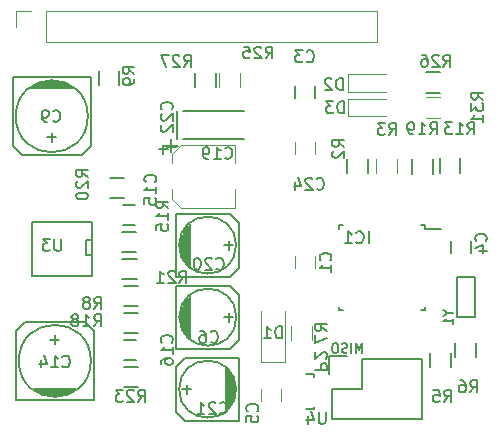
<source format=gbo>
%TF.GenerationSoftware,KiCad,Pcbnew,5.99.0-unknown-c3175b4~86~ubuntu16.04.1*%
%TF.CreationDate,2019-10-16T11:56:15+02:00*%
%TF.ProjectId,atmegax8_with_bluetooth,61746d65-6761-4783-985f-776974685f62,rev?*%
%TF.SameCoordinates,Original*%
%TF.FileFunction,Legend,Bot*%
%TF.FilePolarity,Positive*%
%FSLAX46Y46*%
G04 Gerber Fmt 4.6, Leading zero omitted, Abs format (unit mm)*
G04 Created by KiCad (PCBNEW 5.99.0-unknown-c3175b4~86~ubuntu16.04.1) date 2019-10-16 11:56:15*
%MOMM*%
%LPD*%
G04 APERTURE LIST*
%ADD10C,0.150000*%
%ADD11C,0.120000*%
G04 APERTURE END LIST*
D10*
X99682142Y-166350904D02*
X99682142Y-165550904D01*
X99415476Y-166122333D01*
X99148809Y-165550904D01*
X99148809Y-166350904D01*
X98767857Y-166350904D02*
X98767857Y-165550904D01*
X98425000Y-166312809D02*
X98310714Y-166350904D01*
X98120238Y-166350904D01*
X98044047Y-166312809D01*
X98005952Y-166274714D01*
X97967857Y-166198523D01*
X97967857Y-166122333D01*
X98005952Y-166046142D01*
X98044047Y-166008047D01*
X98120238Y-165969952D01*
X98272619Y-165931857D01*
X98348809Y-165893761D01*
X98386904Y-165855666D01*
X98425000Y-165779476D01*
X98425000Y-165703285D01*
X98386904Y-165627095D01*
X98348809Y-165589000D01*
X98272619Y-165550904D01*
X98082142Y-165550904D01*
X97967857Y-165589000D01*
X97472619Y-165550904D02*
X97320238Y-165550904D01*
X97244047Y-165589000D01*
X97167857Y-165665190D01*
X97129761Y-165817571D01*
X97129761Y-166084238D01*
X97167857Y-166236619D01*
X97244047Y-166312809D01*
X97320238Y-166350904D01*
X97472619Y-166350904D01*
X97548809Y-166312809D01*
X97625000Y-166236619D01*
X97663095Y-166084238D01*
X97663095Y-165817571D01*
X97625000Y-165665190D01*
X97548809Y-165589000D01*
X97472619Y-165550904D01*
D11*
%TO.C,C24*%
X95655500Y-148471000D02*
X95655500Y-149471000D01*
X93955500Y-149471000D02*
X93955500Y-148471000D01*
D10*
%TO.C,IC1*%
X104960840Y-155824800D02*
X106385840Y-155824800D01*
X97710840Y-155499800D02*
X98035840Y-155499800D01*
X97710840Y-162749800D02*
X98035840Y-162749800D01*
X104960840Y-162749800D02*
X104635840Y-162749800D01*
X104960840Y-155499800D02*
X104635840Y-155499800D01*
X104960840Y-162749800D02*
X104960840Y-162424800D01*
X97710840Y-162749800D02*
X97710840Y-162424800D01*
X97710840Y-155499800D02*
X97710840Y-155824800D01*
X104960840Y-155499800D02*
X104960840Y-155824800D01*
%TO.C,Y1*%
X107702920Y-163307460D02*
X107702920Y-159907460D01*
X107702920Y-159907460D02*
X109202920Y-159907460D01*
X109202920Y-159907460D02*
X109202920Y-163307460D01*
X109202920Y-163307460D02*
X107702920Y-163307460D01*
D11*
%TO.C,P1*%
X70338640Y-137384480D02*
X70338640Y-138714480D01*
X71668640Y-137384480D02*
X70338640Y-137384480D01*
X72938640Y-137384480D02*
X72938640Y-140044480D01*
X72938640Y-140044480D02*
X100938640Y-140044480D01*
X72938640Y-137384480D02*
X100938640Y-137384480D01*
X100938640Y-137384480D02*
X100938640Y-140044480D01*
D10*
%TO.C,U3*%
X76327000Y-158028640D02*
X76835000Y-158028640D01*
X76327000Y-156758640D02*
X76327000Y-158028640D01*
X76835000Y-156758640D02*
X76327000Y-156758640D01*
X76835000Y-159806640D02*
X76835000Y-155234640D01*
X71755000Y-159806640D02*
X76835000Y-159806640D01*
X71755000Y-155234640D02*
X71755000Y-159806640D01*
X76835000Y-155234640D02*
X71755000Y-155234640D01*
%TO.C,C14*%
X76708000Y-167020240D02*
G75*
G03X76708000Y-167020240I-3048000J0D01*
G01*
X74041000Y-165242240D02*
X73279000Y-165242240D01*
X73660000Y-164861240D02*
X73660000Y-165623240D01*
X76962000Y-164480240D02*
X76962000Y-170322240D01*
X76200000Y-163718240D02*
X76962000Y-164480240D01*
X71120000Y-163718240D02*
X76200000Y-163718240D01*
X70358000Y-164480240D02*
X71120000Y-163718240D01*
X70358000Y-170322240D02*
X70358000Y-164480240D01*
X76962000Y-170322240D02*
X70358000Y-170322240D01*
X75438000Y-169433240D02*
X71882000Y-169433240D01*
X72009000Y-169560240D02*
X75311000Y-169560240D01*
X75057000Y-169687240D02*
X72263000Y-169687240D01*
X72517000Y-169814240D02*
X74803000Y-169814240D01*
X74422000Y-169941240D02*
X72898000Y-169941240D01*
%TO.C,C22*%
X84498180Y-145867120D02*
X89700100Y-145867120D01*
X89700100Y-148264880D02*
X84498180Y-148264880D01*
X83499960Y-149364700D02*
X83499960Y-148264880D01*
X82900520Y-148864320D02*
X84099400Y-148864320D01*
X84002880Y-148264880D02*
X84002880Y-145867120D01*
%TO.C,C15*%
X79408400Y-153836000D02*
X80408400Y-153836000D01*
X80408400Y-155536000D02*
X79408400Y-155536000D01*
D11*
%TO.C,R25*%
X89299440Y-143845840D02*
X89299440Y-142645840D01*
X87539440Y-142645840D02*
X87539440Y-143845840D01*
D10*
%TO.C,C4*%
X107163500Y-157916500D02*
X107163500Y-156916500D01*
X108863500Y-156916500D02*
X108863500Y-157916500D01*
%TO.C,U4*%
X95623380Y-168337280D02*
X95623380Y-168385540D01*
X94922340Y-171136260D02*
X95623380Y-171136260D01*
X95623380Y-171136260D02*
X95623380Y-170887340D01*
X95623380Y-168337280D02*
X95623380Y-168136620D01*
X95623380Y-168136620D02*
X94922340Y-168136620D01*
D11*
%TO.C,C1*%
X95719000Y-158186500D02*
X95719000Y-159186500D01*
X94019000Y-159186500D02*
X94019000Y-158186500D01*
%TO.C,C5*%
X91148800Y-170426000D02*
X91148800Y-169426000D01*
X92848800Y-169426000D02*
X92848800Y-170426000D01*
%TO.C,R3*%
X102596840Y-151110240D02*
X102596840Y-149910240D01*
X100836840Y-149910240D02*
X100836840Y-151110240D01*
%TO.C,D1*%
X93146120Y-162831840D02*
X93146120Y-167131840D01*
X93146120Y-167131840D02*
X91146120Y-167131840D01*
X91146120Y-167131840D02*
X91146120Y-162831840D01*
D10*
%TO.C,P2*%
X99695000Y-171958000D02*
X97155000Y-171958000D01*
X97155000Y-171958000D02*
X97155000Y-169418000D01*
X96875000Y-166598000D02*
X98425000Y-166598000D01*
X104775000Y-171958000D02*
X99695000Y-171958000D01*
X104775000Y-166878000D02*
X104775000Y-171958000D01*
X99695000Y-169418000D02*
X99695000Y-166878000D01*
X97155000Y-169418000D02*
X99695000Y-169418000D01*
X96875000Y-166598000D02*
X96875000Y-168148000D01*
X99695000Y-166878000D02*
X104775000Y-166878000D01*
%TO.C,C20*%
X89001600Y-157226000D02*
G75*
G03X89001600Y-157226000I-2413000J0D01*
G01*
X88366600Y-157607000D02*
X88366600Y-156845000D01*
X88747600Y-157226000D02*
X87985600Y-157226000D01*
X83921600Y-154559000D02*
X83921600Y-159893000D01*
X88493600Y-154559000D02*
X83921600Y-154559000D01*
X89255600Y-155321000D02*
X88493600Y-154559000D01*
X89255600Y-159131000D02*
X89255600Y-155321000D01*
X88493600Y-159893000D02*
X89255600Y-159131000D01*
X83921600Y-159893000D02*
X88493600Y-159893000D01*
X85064600Y-159004000D02*
X85064600Y-155448000D01*
X84937600Y-155575000D02*
X84937600Y-158877000D01*
X84810600Y-158750000D02*
X84810600Y-155702000D01*
X84683600Y-155829000D02*
X84683600Y-158623000D01*
X84556600Y-158496000D02*
X84556600Y-155956000D01*
X84429600Y-158115000D02*
X84429600Y-156337000D01*
X84302600Y-157861000D02*
X84302600Y-156464000D01*
D11*
%TO.C,C19*%
X88903000Y-148714000D02*
X88903000Y-150264000D01*
X88903000Y-154054000D02*
X88903000Y-152504000D01*
X83563000Y-149474000D02*
X83563000Y-150264000D01*
X83563000Y-153294000D02*
X83563000Y-152504000D01*
X88903000Y-154054000D02*
X84323000Y-154054000D01*
X84323000Y-154054000D02*
X83563000Y-153294000D01*
X83563000Y-149474000D02*
X84323000Y-148714000D01*
X84323000Y-148714000D02*
X88903000Y-148714000D01*
D10*
%TO.C,C21*%
X89001600Y-169418000D02*
G75*
G03X89001600Y-169418000I-2413000J0D01*
G01*
X84810600Y-169037000D02*
X84810600Y-169799000D01*
X84429600Y-169418000D02*
X85191600Y-169418000D01*
X89255600Y-172085000D02*
X89255600Y-166751000D01*
X84683600Y-172085000D02*
X89255600Y-172085000D01*
X83921600Y-171323000D02*
X84683600Y-172085000D01*
X83921600Y-167513000D02*
X83921600Y-171323000D01*
X84683600Y-166751000D02*
X83921600Y-167513000D01*
X89255600Y-166751000D02*
X84683600Y-166751000D01*
X88112600Y-167640000D02*
X88112600Y-171196000D01*
X88239600Y-171069000D02*
X88239600Y-167767000D01*
X88366600Y-167894000D02*
X88366600Y-170942000D01*
X88493600Y-170815000D02*
X88493600Y-168021000D01*
X88620600Y-168148000D02*
X88620600Y-170688000D01*
X88747600Y-168529000D02*
X88747600Y-170307000D01*
X88874600Y-168783000D02*
X88874600Y-170180000D01*
%TO.C,R2*%
X98413600Y-149910240D02*
X98413600Y-151110240D01*
X100163600Y-151110240D02*
X100163600Y-149910240D01*
%TO.C,R23*%
X80690000Y-167527000D02*
X79490000Y-167527000D01*
X79490000Y-169277000D02*
X80690000Y-169277000D01*
%TO.C,C3*%
X95719000Y-143772000D02*
X95719000Y-144772000D01*
X94019000Y-144772000D02*
X94019000Y-143772000D01*
%TO.C,R5*%
X107176540Y-167569440D02*
X107176540Y-166369440D01*
X105426540Y-166369440D02*
X105426540Y-167569440D01*
%TO.C,R6*%
X107577920Y-165469000D02*
X107577920Y-166669000D01*
X109327920Y-166669000D02*
X109327920Y-165469000D01*
%TO.C,C6*%
X89027000Y-163322000D02*
G75*
G03X89027000Y-163322000I-2413000J0D01*
G01*
X88392000Y-163703000D02*
X88392000Y-162941000D01*
X88773000Y-163322000D02*
X88011000Y-163322000D01*
X83947000Y-160655000D02*
X83947000Y-165989000D01*
X88519000Y-160655000D02*
X83947000Y-160655000D01*
X89281000Y-161417000D02*
X88519000Y-160655000D01*
X89281000Y-165227000D02*
X89281000Y-161417000D01*
X88519000Y-165989000D02*
X89281000Y-165227000D01*
X83947000Y-165989000D02*
X88519000Y-165989000D01*
X85090000Y-165100000D02*
X85090000Y-161544000D01*
X84963000Y-161671000D02*
X84963000Y-164973000D01*
X84836000Y-164846000D02*
X84836000Y-161798000D01*
X84709000Y-161925000D02*
X84709000Y-164719000D01*
X84582000Y-164592000D02*
X84582000Y-162052000D01*
X84455000Y-164211000D02*
X84455000Y-162433000D01*
X84328000Y-163957000D02*
X84328000Y-162560000D01*
%TO.C,C9*%
X76448920Y-146314160D02*
G75*
G03X76448920Y-146314160I-3048000J0D01*
G01*
X73019920Y-148092160D02*
X73781920Y-148092160D01*
X73400920Y-148473160D02*
X73400920Y-147711160D01*
X70098920Y-148854160D02*
X70098920Y-143012160D01*
X70860920Y-149616160D02*
X70098920Y-148854160D01*
X75940920Y-149616160D02*
X70860920Y-149616160D01*
X76702920Y-148854160D02*
X75940920Y-149616160D01*
X76702920Y-143012160D02*
X76702920Y-148854160D01*
X70098920Y-143012160D02*
X76702920Y-143012160D01*
X71622920Y-143901160D02*
X75178920Y-143901160D01*
X75051920Y-143774160D02*
X71749920Y-143774160D01*
X72003920Y-143647160D02*
X74797920Y-143647160D01*
X74543920Y-143520160D02*
X72257920Y-143520160D01*
X72638920Y-143393160D02*
X74162920Y-143393160D01*
%TO.C,R8*%
X79490000Y-162419000D02*
X80690000Y-162419000D01*
X80690000Y-160669000D02*
X79490000Y-160669000D01*
%TO.C,R9*%
X79107000Y-143665500D02*
X79107000Y-142465500D01*
X77357000Y-142465500D02*
X77357000Y-143665500D01*
%TO.C,R13*%
X106252040Y-149877220D02*
X106252040Y-151077220D01*
X108002040Y-151077220D02*
X108002040Y-149877220D01*
%TO.C,R15*%
X80559200Y-156097000D02*
X79359200Y-156097000D01*
X79359200Y-157847000D02*
X80559200Y-157847000D01*
%TO.C,C16*%
X79490000Y-165266000D02*
X80490000Y-165266000D01*
X80490000Y-166966000D02*
X79490000Y-166966000D01*
%TO.C,R18*%
X80690000Y-162955000D02*
X79490000Y-162955000D01*
X79490000Y-164705000D02*
X80690000Y-164705000D01*
%TO.C,R19*%
X105667780Y-151159760D02*
X105667780Y-149959760D01*
X103917780Y-149959760D02*
X103917780Y-151159760D01*
%TO.C,R20*%
X79530500Y-151525000D02*
X78330500Y-151525000D01*
X78330500Y-153275000D02*
X79530500Y-153275000D01*
%TO.C,R21*%
X79384600Y-160133000D02*
X80584600Y-160133000D01*
X80584600Y-158383000D02*
X79384600Y-158383000D01*
%TO.C,R26*%
X106262720Y-142604520D02*
X105062720Y-142604520D01*
X105062720Y-144354520D02*
X106262720Y-144354520D01*
%TO.C,R27*%
X85548500Y-142656000D02*
X85548500Y-143856000D01*
X87298500Y-143856000D02*
X87298500Y-142656000D01*
D11*
%TO.C,D2*%
X98458920Y-144229520D02*
X98458920Y-142729520D01*
X98458920Y-144229520D02*
X101658920Y-144229520D01*
X101658920Y-142729520D02*
X98458920Y-142729520D01*
%TO.C,D3*%
X101674160Y-144812320D02*
X98474160Y-144812320D01*
X98474160Y-146312320D02*
X101674160Y-146312320D01*
X98474160Y-146312320D02*
X98474160Y-144812320D01*
%TO.C,R31*%
X105083040Y-146467720D02*
X106283040Y-146467720D01*
X106283040Y-144707720D02*
X105083040Y-144707720D01*
%TO.C,R7*%
X93674040Y-164050420D02*
X93674040Y-165250420D01*
X95434040Y-165250420D02*
X95434040Y-164050420D01*
%TO.C,C24*%
D10*
X95829357Y-152439642D02*
X95876976Y-152487261D01*
X96019833Y-152534880D01*
X96115071Y-152534880D01*
X96257928Y-152487261D01*
X96353166Y-152392023D01*
X96400785Y-152296785D01*
X96448404Y-152106309D01*
X96448404Y-151963452D01*
X96400785Y-151772976D01*
X96353166Y-151677738D01*
X96257928Y-151582500D01*
X96115071Y-151534880D01*
X96019833Y-151534880D01*
X95876976Y-151582500D01*
X95829357Y-151630119D01*
X95448404Y-151630119D02*
X95400785Y-151582500D01*
X95305547Y-151534880D01*
X95067452Y-151534880D01*
X94972214Y-151582500D01*
X94924595Y-151630119D01*
X94876976Y-151725357D01*
X94876976Y-151820595D01*
X94924595Y-151963452D01*
X95496023Y-152534880D01*
X94876976Y-152534880D01*
X94019833Y-151868214D02*
X94019833Y-152534880D01*
X94257928Y-151487261D02*
X94496023Y-152201547D01*
X93876976Y-152201547D01*
%TO.C,IC1*%
X100229230Y-157062580D02*
X100229230Y-156062580D01*
X99181611Y-156967342D02*
X99229230Y-157014961D01*
X99372087Y-157062580D01*
X99467325Y-157062580D01*
X99610182Y-157014961D01*
X99705420Y-156919723D01*
X99753040Y-156824485D01*
X99800659Y-156634009D01*
X99800659Y-156491152D01*
X99753040Y-156300676D01*
X99705420Y-156205438D01*
X99610182Y-156110200D01*
X99467325Y-156062580D01*
X99372087Y-156062580D01*
X99229230Y-156110200D01*
X99181611Y-156157819D01*
X98229230Y-157062580D02*
X98800659Y-157062580D01*
X98514944Y-157062580D02*
X98514944Y-156062580D01*
X98610182Y-156205438D01*
X98705420Y-156300676D01*
X98800659Y-156348295D01*
%TO.C,Y1*%
X106963872Y-162941047D02*
X107344824Y-162941047D01*
X106544824Y-162674380D02*
X106963872Y-162941047D01*
X106544824Y-163207714D01*
X107344824Y-163893428D02*
X107344824Y-163436285D01*
X107344824Y-163664857D02*
X106544824Y-163664857D01*
X106659110Y-163588666D01*
X106735300Y-163512476D01*
X106773396Y-163436285D01*
%TO.C,U3*%
X74193304Y-156703780D02*
X74193304Y-157513304D01*
X74145685Y-157608542D01*
X74098066Y-157656161D01*
X74002828Y-157703780D01*
X73812352Y-157703780D01*
X73717114Y-157656161D01*
X73669495Y-157608542D01*
X73621876Y-157513304D01*
X73621876Y-156703780D01*
X73240923Y-156703780D02*
X72621876Y-156703780D01*
X72955209Y-157084733D01*
X72812352Y-157084733D01*
X72717114Y-157132352D01*
X72669495Y-157179971D01*
X72621876Y-157275209D01*
X72621876Y-157513304D01*
X72669495Y-157608542D01*
X72717114Y-157656161D01*
X72812352Y-157703780D01*
X73098066Y-157703780D01*
X73193304Y-157656161D01*
X73240923Y-157608542D01*
%TO.C,C14*%
X74302857Y-167489142D02*
X74350476Y-167536761D01*
X74493333Y-167584380D01*
X74588571Y-167584380D01*
X74731428Y-167536761D01*
X74826666Y-167441523D01*
X74874285Y-167346285D01*
X74921904Y-167155809D01*
X74921904Y-167012952D01*
X74874285Y-166822476D01*
X74826666Y-166727238D01*
X74731428Y-166632000D01*
X74588571Y-166584380D01*
X74493333Y-166584380D01*
X74350476Y-166632000D01*
X74302857Y-166679619D01*
X73350476Y-167584380D02*
X73921904Y-167584380D01*
X73636190Y-167584380D02*
X73636190Y-166584380D01*
X73731428Y-166727238D01*
X73826666Y-166822476D01*
X73921904Y-166870095D01*
X72493333Y-166917714D02*
X72493333Y-167584380D01*
X72731428Y-166536761D02*
X72969523Y-167251047D01*
X72350476Y-167251047D01*
%TO.C,C22*%
X83542142Y-145724642D02*
X83589761Y-145677023D01*
X83637380Y-145534166D01*
X83637380Y-145438928D01*
X83589761Y-145296071D01*
X83494523Y-145200833D01*
X83399285Y-145153214D01*
X83208809Y-145105595D01*
X83065952Y-145105595D01*
X82875476Y-145153214D01*
X82780238Y-145200833D01*
X82685000Y-145296071D01*
X82637380Y-145438928D01*
X82637380Y-145534166D01*
X82685000Y-145677023D01*
X82732619Y-145724642D01*
X82732619Y-146105595D02*
X82685000Y-146153214D01*
X82637380Y-146248452D01*
X82637380Y-146486547D01*
X82685000Y-146581785D01*
X82732619Y-146629404D01*
X82827857Y-146677023D01*
X82923095Y-146677023D01*
X83065952Y-146629404D01*
X83637380Y-146057976D01*
X83637380Y-146677023D01*
X82732619Y-147057976D02*
X82685000Y-147105595D01*
X82637380Y-147200833D01*
X82637380Y-147438928D01*
X82685000Y-147534166D01*
X82732619Y-147581785D01*
X82827857Y-147629404D01*
X82923095Y-147629404D01*
X83065952Y-147581785D01*
X83637380Y-147010357D01*
X83637380Y-147629404D01*
X83880912Y-148938288D02*
X83119007Y-148938288D01*
X83499960Y-149319240D02*
X83499960Y-148557336D01*
%TO.C,C15*%
X82145142Y-151884142D02*
X82192761Y-151836523D01*
X82240380Y-151693666D01*
X82240380Y-151598428D01*
X82192761Y-151455571D01*
X82097523Y-151360333D01*
X82002285Y-151312714D01*
X81811809Y-151265095D01*
X81668952Y-151265095D01*
X81478476Y-151312714D01*
X81383238Y-151360333D01*
X81288000Y-151455571D01*
X81240380Y-151598428D01*
X81240380Y-151693666D01*
X81288000Y-151836523D01*
X81335619Y-151884142D01*
X82240380Y-152836523D02*
X82240380Y-152265095D01*
X82240380Y-152550809D02*
X81240380Y-152550809D01*
X81383238Y-152455571D01*
X81478476Y-152360333D01*
X81526095Y-152265095D01*
X81240380Y-153741285D02*
X81240380Y-153265095D01*
X81716571Y-153217476D01*
X81668952Y-153265095D01*
X81621333Y-153360333D01*
X81621333Y-153598428D01*
X81668952Y-153693666D01*
X81716571Y-153741285D01*
X81811809Y-153788904D01*
X82049904Y-153788904D01*
X82145142Y-153741285D01*
X82192761Y-153693666D01*
X82240380Y-153598428D01*
X82240380Y-153360333D01*
X82192761Y-153265095D01*
X82145142Y-153217476D01*
%TO.C,R25*%
X91511357Y-141422380D02*
X91844690Y-140946190D01*
X92082785Y-141422380D02*
X92082785Y-140422380D01*
X91701833Y-140422380D01*
X91606595Y-140470000D01*
X91558976Y-140517619D01*
X91511357Y-140612857D01*
X91511357Y-140755714D01*
X91558976Y-140850952D01*
X91606595Y-140898571D01*
X91701833Y-140946190D01*
X92082785Y-140946190D01*
X91130404Y-140517619D02*
X91082785Y-140470000D01*
X90987547Y-140422380D01*
X90749452Y-140422380D01*
X90654214Y-140470000D01*
X90606595Y-140517619D01*
X90558976Y-140612857D01*
X90558976Y-140708095D01*
X90606595Y-140850952D01*
X91178023Y-141422380D01*
X90558976Y-141422380D01*
X89654214Y-140422380D02*
X90130404Y-140422380D01*
X90178023Y-140898571D01*
X90130404Y-140850952D01*
X90035166Y-140803333D01*
X89797071Y-140803333D01*
X89701833Y-140850952D01*
X89654214Y-140898571D01*
X89606595Y-140993809D01*
X89606595Y-141231904D01*
X89654214Y-141327142D01*
X89701833Y-141374761D01*
X89797071Y-141422380D01*
X90035166Y-141422380D01*
X90130404Y-141374761D01*
X90178023Y-141327142D01*
%TO.C,C4*%
X110148642Y-156868833D02*
X110196261Y-156821214D01*
X110243880Y-156678357D01*
X110243880Y-156583119D01*
X110196261Y-156440261D01*
X110101023Y-156345023D01*
X110005785Y-156297404D01*
X109815309Y-156249785D01*
X109672452Y-156249785D01*
X109481976Y-156297404D01*
X109386738Y-156345023D01*
X109291500Y-156440261D01*
X109243880Y-156583119D01*
X109243880Y-156678357D01*
X109291500Y-156821214D01*
X109339119Y-156868833D01*
X109577214Y-157725976D02*
X110243880Y-157725976D01*
X109196261Y-157487880D02*
X109910547Y-157249785D01*
X109910547Y-157868833D01*
%TO.C,U4*%
X96583404Y-171346880D02*
X96583404Y-172156404D01*
X96535785Y-172251642D01*
X96488166Y-172299261D01*
X96392928Y-172346880D01*
X96202452Y-172346880D01*
X96107214Y-172299261D01*
X96059595Y-172251642D01*
X96011976Y-172156404D01*
X96011976Y-171346880D01*
X95107214Y-171680214D02*
X95107214Y-172346880D01*
X95345309Y-171299261D02*
X95583404Y-172013547D01*
X94964357Y-172013547D01*
%TO.C,C1*%
X96976142Y-158519833D02*
X97023761Y-158472214D01*
X97071380Y-158329357D01*
X97071380Y-158234119D01*
X97023761Y-158091261D01*
X96928523Y-157996023D01*
X96833285Y-157948404D01*
X96642809Y-157900785D01*
X96499952Y-157900785D01*
X96309476Y-157948404D01*
X96214238Y-157996023D01*
X96119000Y-158091261D01*
X96071380Y-158234119D01*
X96071380Y-158329357D01*
X96119000Y-158472214D01*
X96166619Y-158519833D01*
X97071380Y-159472214D02*
X97071380Y-158900785D01*
X97071380Y-159186500D02*
X96071380Y-159186500D01*
X96214238Y-159091261D01*
X96309476Y-158996023D01*
X96357095Y-158900785D01*
%TO.C,C5*%
X90781142Y-171283333D02*
X90828761Y-171235714D01*
X90876380Y-171092857D01*
X90876380Y-170997619D01*
X90828761Y-170854761D01*
X90733523Y-170759523D01*
X90638285Y-170711904D01*
X90447809Y-170664285D01*
X90304952Y-170664285D01*
X90114476Y-170711904D01*
X90019238Y-170759523D01*
X89924000Y-170854761D01*
X89876380Y-170997619D01*
X89876380Y-171092857D01*
X89924000Y-171235714D01*
X89971619Y-171283333D01*
X89876380Y-172188095D02*
X89876380Y-171711904D01*
X90352571Y-171664285D01*
X90304952Y-171711904D01*
X90257333Y-171807142D01*
X90257333Y-172045238D01*
X90304952Y-172140476D01*
X90352571Y-172188095D01*
X90447809Y-172235714D01*
X90685904Y-172235714D01*
X90781142Y-172188095D01*
X90828761Y-172140476D01*
X90876380Y-172045238D01*
X90876380Y-171807142D01*
X90828761Y-171711904D01*
X90781142Y-171664285D01*
%TO.C,R3*%
X101957166Y-147899380D02*
X102290500Y-147423190D01*
X102528595Y-147899380D02*
X102528595Y-146899380D01*
X102147642Y-146899380D01*
X102052404Y-146947000D01*
X102004785Y-146994619D01*
X101957166Y-147089857D01*
X101957166Y-147232714D01*
X102004785Y-147327952D01*
X102052404Y-147375571D01*
X102147642Y-147423190D01*
X102528595Y-147423190D01*
X101623833Y-146899380D02*
X101004785Y-146899380D01*
X101338119Y-147280333D01*
X101195261Y-147280333D01*
X101100023Y-147327952D01*
X101052404Y-147375571D01*
X101004785Y-147470809D01*
X101004785Y-147708904D01*
X101052404Y-147804142D01*
X101100023Y-147851761D01*
X101195261Y-147899380D01*
X101480976Y-147899380D01*
X101576214Y-147851761D01*
X101623833Y-147804142D01*
%TO.C,D1*%
X92876595Y-165107880D02*
X92876595Y-164107880D01*
X92638500Y-164107880D01*
X92495642Y-164155500D01*
X92400404Y-164250738D01*
X92352785Y-164345976D01*
X92305166Y-164536452D01*
X92305166Y-164679309D01*
X92352785Y-164869785D01*
X92400404Y-164965023D01*
X92495642Y-165060261D01*
X92638500Y-165107880D01*
X92876595Y-165107880D01*
X91352785Y-165107880D02*
X91924214Y-165107880D01*
X91638500Y-165107880D02*
X91638500Y-164107880D01*
X91733738Y-164250738D01*
X91828976Y-164345976D01*
X91924214Y-164393595D01*
%TO.C,P2*%
X95686619Y-167806595D02*
X96686619Y-167806595D01*
X96686619Y-167425642D01*
X96639000Y-167330404D01*
X96591380Y-167282785D01*
X96496142Y-167235166D01*
X96353285Y-167235166D01*
X96258047Y-167282785D01*
X96210428Y-167330404D01*
X96162809Y-167425642D01*
X96162809Y-167806595D01*
X96591380Y-166854214D02*
X96639000Y-166806595D01*
X96686619Y-166711357D01*
X96686619Y-166473261D01*
X96639000Y-166378023D01*
X96591380Y-166330404D01*
X96496142Y-166282785D01*
X96400904Y-166282785D01*
X96258047Y-166330404D01*
X95686619Y-166901833D01*
X95686619Y-166282785D01*
%TO.C,C20*%
X87333057Y-159203662D02*
X87380676Y-159251281D01*
X87523533Y-159298900D01*
X87618771Y-159298900D01*
X87761628Y-159251281D01*
X87856866Y-159156043D01*
X87904485Y-159060805D01*
X87952104Y-158870329D01*
X87952104Y-158727472D01*
X87904485Y-158536996D01*
X87856866Y-158441758D01*
X87761628Y-158346520D01*
X87618771Y-158298900D01*
X87523533Y-158298900D01*
X87380676Y-158346520D01*
X87333057Y-158394139D01*
X86952104Y-158394139D02*
X86904485Y-158346520D01*
X86809247Y-158298900D01*
X86571152Y-158298900D01*
X86475914Y-158346520D01*
X86428295Y-158394139D01*
X86380676Y-158489377D01*
X86380676Y-158584615D01*
X86428295Y-158727472D01*
X86999723Y-159298900D01*
X86380676Y-159298900D01*
X85761628Y-158298900D02*
X85666390Y-158298900D01*
X85571152Y-158346520D01*
X85523533Y-158394139D01*
X85475914Y-158489377D01*
X85428295Y-158679853D01*
X85428295Y-158917948D01*
X85475914Y-159108424D01*
X85523533Y-159203662D01*
X85571152Y-159251281D01*
X85666390Y-159298900D01*
X85761628Y-159298900D01*
X85856866Y-159251281D01*
X85904485Y-159203662D01*
X85952104Y-159108424D01*
X85999723Y-158917948D01*
X85999723Y-158679853D01*
X85952104Y-158489377D01*
X85904485Y-158394139D01*
X85856866Y-158346520D01*
X85761628Y-158298900D01*
%TO.C,C19*%
X88070017Y-149818362D02*
X88117636Y-149865981D01*
X88260493Y-149913600D01*
X88355731Y-149913600D01*
X88498588Y-149865981D01*
X88593826Y-149770743D01*
X88641445Y-149675505D01*
X88689064Y-149485029D01*
X88689064Y-149342172D01*
X88641445Y-149151696D01*
X88593826Y-149056458D01*
X88498588Y-148961220D01*
X88355731Y-148913600D01*
X88260493Y-148913600D01*
X88117636Y-148961220D01*
X88070017Y-149008839D01*
X87117636Y-149913600D02*
X87689064Y-149913600D01*
X87403350Y-149913600D02*
X87403350Y-148913600D01*
X87498588Y-149056458D01*
X87593826Y-149151696D01*
X87689064Y-149199315D01*
X86641445Y-149913600D02*
X86450969Y-149913600D01*
X86355731Y-149865981D01*
X86308112Y-149818362D01*
X86212874Y-149675505D01*
X86165255Y-149485029D01*
X86165255Y-149104077D01*
X86212874Y-149008839D01*
X86260493Y-148961220D01*
X86355731Y-148913600D01*
X86546207Y-148913600D01*
X86641445Y-148961220D01*
X86689064Y-149008839D01*
X86736683Y-149104077D01*
X86736683Y-149342172D01*
X86689064Y-149437410D01*
X86641445Y-149485029D01*
X86546207Y-149532648D01*
X86355731Y-149532648D01*
X86260493Y-149485029D01*
X86212874Y-149437410D01*
X86165255Y-149342172D01*
X83233952Y-149105428D02*
X82472047Y-149105428D01*
X82853000Y-149486380D02*
X82853000Y-148724476D01*
%TO.C,C21*%
X87637857Y-171426142D02*
X87685476Y-171473761D01*
X87828333Y-171521380D01*
X87923571Y-171521380D01*
X88066428Y-171473761D01*
X88161666Y-171378523D01*
X88209285Y-171283285D01*
X88256904Y-171092809D01*
X88256904Y-170949952D01*
X88209285Y-170759476D01*
X88161666Y-170664238D01*
X88066428Y-170569000D01*
X87923571Y-170521380D01*
X87828333Y-170521380D01*
X87685476Y-170569000D01*
X87637857Y-170616619D01*
X87256904Y-170616619D02*
X87209285Y-170569000D01*
X87114047Y-170521380D01*
X86875952Y-170521380D01*
X86780714Y-170569000D01*
X86733095Y-170616619D01*
X86685476Y-170711857D01*
X86685476Y-170807095D01*
X86733095Y-170949952D01*
X87304523Y-171521380D01*
X86685476Y-171521380D01*
X85733095Y-171521380D02*
X86304523Y-171521380D01*
X86018809Y-171521380D02*
X86018809Y-170521380D01*
X86114047Y-170664238D01*
X86209285Y-170759476D01*
X86304523Y-170807095D01*
%TO.C,R2*%
X98166180Y-148895773D02*
X97689990Y-148562440D01*
X98166180Y-148324344D02*
X97166180Y-148324344D01*
X97166180Y-148705297D01*
X97213800Y-148800535D01*
X97261419Y-148848154D01*
X97356657Y-148895773D01*
X97499514Y-148895773D01*
X97594752Y-148848154D01*
X97642371Y-148800535D01*
X97689990Y-148705297D01*
X97689990Y-148324344D01*
X97261419Y-149276725D02*
X97213800Y-149324344D01*
X97166180Y-149419582D01*
X97166180Y-149657678D01*
X97213800Y-149752916D01*
X97261419Y-149800535D01*
X97356657Y-149848154D01*
X97451895Y-149848154D01*
X97594752Y-149800535D01*
X98166180Y-149229106D01*
X98166180Y-149848154D01*
%TO.C,R23*%
X80702377Y-170479980D02*
X81035710Y-170003790D01*
X81273805Y-170479980D02*
X81273805Y-169479980D01*
X80892853Y-169479980D01*
X80797615Y-169527600D01*
X80749996Y-169575219D01*
X80702377Y-169670457D01*
X80702377Y-169813314D01*
X80749996Y-169908552D01*
X80797615Y-169956171D01*
X80892853Y-170003790D01*
X81273805Y-170003790D01*
X80321424Y-169575219D02*
X80273805Y-169527600D01*
X80178567Y-169479980D01*
X79940472Y-169479980D01*
X79845234Y-169527600D01*
X79797615Y-169575219D01*
X79749996Y-169670457D01*
X79749996Y-169765695D01*
X79797615Y-169908552D01*
X80369043Y-170479980D01*
X79749996Y-170479980D01*
X79416662Y-169479980D02*
X78797615Y-169479980D01*
X79130948Y-169860933D01*
X78988091Y-169860933D01*
X78892853Y-169908552D01*
X78845234Y-169956171D01*
X78797615Y-170051409D01*
X78797615Y-170289504D01*
X78845234Y-170384742D01*
X78892853Y-170432361D01*
X78988091Y-170479980D01*
X79273805Y-170479980D01*
X79369043Y-170432361D01*
X79416662Y-170384742D01*
%TO.C,C3*%
X94972166Y-141644642D02*
X95019785Y-141692261D01*
X95162642Y-141739880D01*
X95257880Y-141739880D01*
X95400738Y-141692261D01*
X95495976Y-141597023D01*
X95543595Y-141501785D01*
X95591214Y-141311309D01*
X95591214Y-141168452D01*
X95543595Y-140977976D01*
X95495976Y-140882738D01*
X95400738Y-140787500D01*
X95257880Y-140739880D01*
X95162642Y-140739880D01*
X95019785Y-140787500D01*
X94972166Y-140835119D01*
X94638833Y-140739880D02*
X94019785Y-140739880D01*
X94353119Y-141120833D01*
X94210261Y-141120833D01*
X94115023Y-141168452D01*
X94067404Y-141216071D01*
X94019785Y-141311309D01*
X94019785Y-141549404D01*
X94067404Y-141644642D01*
X94115023Y-141692261D01*
X94210261Y-141739880D01*
X94495976Y-141739880D01*
X94591214Y-141692261D01*
X94638833Y-141644642D01*
%TO.C,R5*%
X106623146Y-170492680D02*
X106956480Y-170016490D01*
X107194575Y-170492680D02*
X107194575Y-169492680D01*
X106813622Y-169492680D01*
X106718384Y-169540300D01*
X106670765Y-169587919D01*
X106623146Y-169683157D01*
X106623146Y-169826014D01*
X106670765Y-169921252D01*
X106718384Y-169968871D01*
X106813622Y-170016490D01*
X107194575Y-170016490D01*
X105718384Y-169492680D02*
X106194575Y-169492680D01*
X106242194Y-169968871D01*
X106194575Y-169921252D01*
X106099337Y-169873633D01*
X105861241Y-169873633D01*
X105766003Y-169921252D01*
X105718384Y-169968871D01*
X105670765Y-170064109D01*
X105670765Y-170302204D01*
X105718384Y-170397442D01*
X105766003Y-170445061D01*
X105861241Y-170492680D01*
X106099337Y-170492680D01*
X106194575Y-170445061D01*
X106242194Y-170397442D01*
%TO.C,R6*%
X108822786Y-169677340D02*
X109156120Y-169201150D01*
X109394215Y-169677340D02*
X109394215Y-168677340D01*
X109013262Y-168677340D01*
X108918024Y-168724960D01*
X108870405Y-168772579D01*
X108822786Y-168867817D01*
X108822786Y-169010674D01*
X108870405Y-169105912D01*
X108918024Y-169153531D01*
X109013262Y-169201150D01*
X109394215Y-169201150D01*
X107965643Y-168677340D02*
X108156120Y-168677340D01*
X108251358Y-168724960D01*
X108298977Y-168772579D01*
X108394215Y-168915436D01*
X108441834Y-169105912D01*
X108441834Y-169486864D01*
X108394215Y-169582102D01*
X108346596Y-169629721D01*
X108251358Y-169677340D01*
X108060881Y-169677340D01*
X107965643Y-169629721D01*
X107918024Y-169582102D01*
X107870405Y-169486864D01*
X107870405Y-169248769D01*
X107918024Y-169153531D01*
X107965643Y-169105912D01*
X108060881Y-169058293D01*
X108251358Y-169058293D01*
X108346596Y-169105912D01*
X108394215Y-169153531D01*
X108441834Y-169248769D01*
%TO.C,C6*%
X86844166Y-165393642D02*
X86891785Y-165441261D01*
X87034642Y-165488880D01*
X87129880Y-165488880D01*
X87272738Y-165441261D01*
X87367976Y-165346023D01*
X87415595Y-165250785D01*
X87463214Y-165060309D01*
X87463214Y-164917452D01*
X87415595Y-164726976D01*
X87367976Y-164631738D01*
X87272738Y-164536500D01*
X87129880Y-164488880D01*
X87034642Y-164488880D01*
X86891785Y-164536500D01*
X86844166Y-164584119D01*
X85987023Y-164488880D02*
X86177500Y-164488880D01*
X86272738Y-164536500D01*
X86320357Y-164584119D01*
X86415595Y-164726976D01*
X86463214Y-164917452D01*
X86463214Y-165298404D01*
X86415595Y-165393642D01*
X86367976Y-165441261D01*
X86272738Y-165488880D01*
X86082261Y-165488880D01*
X85987023Y-165441261D01*
X85939404Y-165393642D01*
X85891785Y-165298404D01*
X85891785Y-165060309D01*
X85939404Y-164965071D01*
X85987023Y-164917452D01*
X86082261Y-164869833D01*
X86272738Y-164869833D01*
X86367976Y-164917452D01*
X86415595Y-164965071D01*
X86463214Y-165060309D01*
%TO.C,C9*%
X73509166Y-146704322D02*
X73556785Y-146751941D01*
X73699642Y-146799560D01*
X73794880Y-146799560D01*
X73937738Y-146751941D01*
X74032976Y-146656703D01*
X74080595Y-146561465D01*
X74128214Y-146370989D01*
X74128214Y-146228132D01*
X74080595Y-146037656D01*
X74032976Y-145942418D01*
X73937738Y-145847180D01*
X73794880Y-145799560D01*
X73699642Y-145799560D01*
X73556785Y-145847180D01*
X73509166Y-145894799D01*
X73032976Y-146799560D02*
X72842500Y-146799560D01*
X72747261Y-146751941D01*
X72699642Y-146704322D01*
X72604404Y-146561465D01*
X72556785Y-146370989D01*
X72556785Y-145990037D01*
X72604404Y-145894799D01*
X72652023Y-145847180D01*
X72747261Y-145799560D01*
X72937738Y-145799560D01*
X73032976Y-145847180D01*
X73080595Y-145894799D01*
X73128214Y-145990037D01*
X73128214Y-146228132D01*
X73080595Y-146323370D01*
X73032976Y-146370989D01*
X72937738Y-146418608D01*
X72747261Y-146418608D01*
X72652023Y-146370989D01*
X72604404Y-146323370D01*
X72556785Y-146228132D01*
%TO.C,R8*%
X77001666Y-162631380D02*
X77335000Y-162155190D01*
X77573095Y-162631380D02*
X77573095Y-161631380D01*
X77192142Y-161631380D01*
X77096904Y-161679000D01*
X77049285Y-161726619D01*
X77001666Y-161821857D01*
X77001666Y-161964714D01*
X77049285Y-162059952D01*
X77096904Y-162107571D01*
X77192142Y-162155190D01*
X77573095Y-162155190D01*
X76430238Y-162059952D02*
X76525476Y-162012333D01*
X76573095Y-161964714D01*
X76620714Y-161869476D01*
X76620714Y-161821857D01*
X76573095Y-161726619D01*
X76525476Y-161679000D01*
X76430238Y-161631380D01*
X76239761Y-161631380D01*
X76144523Y-161679000D01*
X76096904Y-161726619D01*
X76049285Y-161821857D01*
X76049285Y-161869476D01*
X76096904Y-161964714D01*
X76144523Y-162012333D01*
X76239761Y-162059952D01*
X76430238Y-162059952D01*
X76525476Y-162107571D01*
X76573095Y-162155190D01*
X76620714Y-162250428D01*
X76620714Y-162440904D01*
X76573095Y-162536142D01*
X76525476Y-162583761D01*
X76430238Y-162631380D01*
X76239761Y-162631380D01*
X76144523Y-162583761D01*
X76096904Y-162536142D01*
X76049285Y-162440904D01*
X76049285Y-162250428D01*
X76096904Y-162155190D01*
X76144523Y-162107571D01*
X76239761Y-162059952D01*
%TO.C,R9*%
X80398880Y-142708333D02*
X79922690Y-142375000D01*
X80398880Y-142136904D02*
X79398880Y-142136904D01*
X79398880Y-142517857D01*
X79446500Y-142613095D01*
X79494119Y-142660714D01*
X79589357Y-142708333D01*
X79732214Y-142708333D01*
X79827452Y-142660714D01*
X79875071Y-142613095D01*
X79922690Y-142517857D01*
X79922690Y-142136904D01*
X80398880Y-143184523D02*
X80398880Y-143375000D01*
X80351261Y-143470238D01*
X80303642Y-143517857D01*
X80160785Y-143613095D01*
X79970309Y-143660714D01*
X79589357Y-143660714D01*
X79494119Y-143613095D01*
X79446500Y-143565476D01*
X79398880Y-143470238D01*
X79398880Y-143279761D01*
X79446500Y-143184523D01*
X79494119Y-143136904D01*
X79589357Y-143089285D01*
X79827452Y-143089285D01*
X79922690Y-143136904D01*
X79970309Y-143184523D01*
X80017928Y-143279761D01*
X80017928Y-143470238D01*
X79970309Y-143565476D01*
X79922690Y-143613095D01*
X79827452Y-143660714D01*
%TO.C,R13*%
X108592857Y-147835880D02*
X108926190Y-147359690D01*
X109164285Y-147835880D02*
X109164285Y-146835880D01*
X108783333Y-146835880D01*
X108688095Y-146883500D01*
X108640476Y-146931119D01*
X108592857Y-147026357D01*
X108592857Y-147169214D01*
X108640476Y-147264452D01*
X108688095Y-147312071D01*
X108783333Y-147359690D01*
X109164285Y-147359690D01*
X107640476Y-147835880D02*
X108211904Y-147835880D01*
X107926190Y-147835880D02*
X107926190Y-146835880D01*
X108021428Y-146978738D01*
X108116666Y-147073976D01*
X108211904Y-147121595D01*
X107307142Y-146835880D02*
X106688095Y-146835880D01*
X107021428Y-147216833D01*
X106878571Y-147216833D01*
X106783333Y-147264452D01*
X106735714Y-147312071D01*
X106688095Y-147407309D01*
X106688095Y-147645404D01*
X106735714Y-147740642D01*
X106783333Y-147788261D01*
X106878571Y-147835880D01*
X107164285Y-147835880D01*
X107259523Y-147788261D01*
X107307142Y-147740642D01*
%TO.C,R15*%
X83256380Y-154106642D02*
X82780190Y-153773309D01*
X83256380Y-153535214D02*
X82256380Y-153535214D01*
X82256380Y-153916166D01*
X82304000Y-154011404D01*
X82351619Y-154059023D01*
X82446857Y-154106642D01*
X82589714Y-154106642D01*
X82684952Y-154059023D01*
X82732571Y-154011404D01*
X82780190Y-153916166D01*
X82780190Y-153535214D01*
X83256380Y-155059023D02*
X83256380Y-154487595D01*
X83256380Y-154773309D02*
X82256380Y-154773309D01*
X82399238Y-154678071D01*
X82494476Y-154582833D01*
X82542095Y-154487595D01*
X82256380Y-155963785D02*
X82256380Y-155487595D01*
X82732571Y-155439976D01*
X82684952Y-155487595D01*
X82637333Y-155582833D01*
X82637333Y-155820928D01*
X82684952Y-155916166D01*
X82732571Y-155963785D01*
X82827809Y-156011404D01*
X83065904Y-156011404D01*
X83161142Y-155963785D01*
X83208761Y-155916166D01*
X83256380Y-155820928D01*
X83256380Y-155582833D01*
X83208761Y-155487595D01*
X83161142Y-155439976D01*
%TO.C,C16*%
X83542142Y-165473142D02*
X83589761Y-165425523D01*
X83637380Y-165282666D01*
X83637380Y-165187428D01*
X83589761Y-165044571D01*
X83494523Y-164949333D01*
X83399285Y-164901714D01*
X83208809Y-164854095D01*
X83065952Y-164854095D01*
X82875476Y-164901714D01*
X82780238Y-164949333D01*
X82685000Y-165044571D01*
X82637380Y-165187428D01*
X82637380Y-165282666D01*
X82685000Y-165425523D01*
X82732619Y-165473142D01*
X83637380Y-166425523D02*
X83637380Y-165854095D01*
X83637380Y-166139809D02*
X82637380Y-166139809D01*
X82780238Y-166044571D01*
X82875476Y-165949333D01*
X82923095Y-165854095D01*
X82637380Y-167282666D02*
X82637380Y-167092190D01*
X82685000Y-166996952D01*
X82732619Y-166949333D01*
X82875476Y-166854095D01*
X83065952Y-166806476D01*
X83446904Y-166806476D01*
X83542142Y-166854095D01*
X83589761Y-166901714D01*
X83637380Y-166996952D01*
X83637380Y-167187428D01*
X83589761Y-167282666D01*
X83542142Y-167330285D01*
X83446904Y-167377904D01*
X83208809Y-167377904D01*
X83113571Y-167330285D01*
X83065952Y-167282666D01*
X83018333Y-167187428D01*
X83018333Y-166996952D01*
X83065952Y-166901714D01*
X83113571Y-166854095D01*
X83208809Y-166806476D01*
%TO.C,R18*%
X76969857Y-164091880D02*
X77303190Y-163615690D01*
X77541285Y-164091880D02*
X77541285Y-163091880D01*
X77160333Y-163091880D01*
X77065095Y-163139500D01*
X77017476Y-163187119D01*
X76969857Y-163282357D01*
X76969857Y-163425214D01*
X77017476Y-163520452D01*
X77065095Y-163568071D01*
X77160333Y-163615690D01*
X77541285Y-163615690D01*
X76017476Y-164091880D02*
X76588904Y-164091880D01*
X76303190Y-164091880D02*
X76303190Y-163091880D01*
X76398428Y-163234738D01*
X76493666Y-163329976D01*
X76588904Y-163377595D01*
X75446047Y-163520452D02*
X75541285Y-163472833D01*
X75588904Y-163425214D01*
X75636523Y-163329976D01*
X75636523Y-163282357D01*
X75588904Y-163187119D01*
X75541285Y-163139500D01*
X75446047Y-163091880D01*
X75255571Y-163091880D01*
X75160333Y-163139500D01*
X75112714Y-163187119D01*
X75065095Y-163282357D01*
X75065095Y-163329976D01*
X75112714Y-163425214D01*
X75160333Y-163472833D01*
X75255571Y-163520452D01*
X75446047Y-163520452D01*
X75541285Y-163568071D01*
X75588904Y-163615690D01*
X75636523Y-163710928D01*
X75636523Y-163901404D01*
X75588904Y-163996642D01*
X75541285Y-164044261D01*
X75446047Y-164091880D01*
X75255571Y-164091880D01*
X75160333Y-164044261D01*
X75112714Y-163996642D01*
X75065095Y-163901404D01*
X75065095Y-163710928D01*
X75112714Y-163615690D01*
X75160333Y-163568071D01*
X75255571Y-163520452D01*
%TO.C,R19*%
X105417857Y-147835880D02*
X105751190Y-147359690D01*
X105989285Y-147835880D02*
X105989285Y-146835880D01*
X105608333Y-146835880D01*
X105513095Y-146883500D01*
X105465476Y-146931119D01*
X105417857Y-147026357D01*
X105417857Y-147169214D01*
X105465476Y-147264452D01*
X105513095Y-147312071D01*
X105608333Y-147359690D01*
X105989285Y-147359690D01*
X104465476Y-147835880D02*
X105036904Y-147835880D01*
X104751190Y-147835880D02*
X104751190Y-146835880D01*
X104846428Y-146978738D01*
X104941666Y-147073976D01*
X105036904Y-147121595D01*
X103989285Y-147835880D02*
X103798809Y-147835880D01*
X103703571Y-147788261D01*
X103655952Y-147740642D01*
X103560714Y-147597785D01*
X103513095Y-147407309D01*
X103513095Y-147026357D01*
X103560714Y-146931119D01*
X103608333Y-146883500D01*
X103703571Y-146835880D01*
X103894047Y-146835880D01*
X103989285Y-146883500D01*
X104036904Y-146931119D01*
X104084523Y-147026357D01*
X104084523Y-147264452D01*
X104036904Y-147359690D01*
X103989285Y-147407309D01*
X103894047Y-147454928D01*
X103703571Y-147454928D01*
X103608333Y-147407309D01*
X103560714Y-147359690D01*
X103513095Y-147264452D01*
%TO.C,R20*%
X76461880Y-151439642D02*
X75985690Y-151106309D01*
X76461880Y-150868214D02*
X75461880Y-150868214D01*
X75461880Y-151249166D01*
X75509500Y-151344404D01*
X75557119Y-151392023D01*
X75652357Y-151439642D01*
X75795214Y-151439642D01*
X75890452Y-151392023D01*
X75938071Y-151344404D01*
X75985690Y-151249166D01*
X75985690Y-150868214D01*
X75557119Y-151820595D02*
X75509500Y-151868214D01*
X75461880Y-151963452D01*
X75461880Y-152201547D01*
X75509500Y-152296785D01*
X75557119Y-152344404D01*
X75652357Y-152392023D01*
X75747595Y-152392023D01*
X75890452Y-152344404D01*
X76461880Y-151772976D01*
X76461880Y-152392023D01*
X75461880Y-153011071D02*
X75461880Y-153106309D01*
X75509500Y-153201547D01*
X75557119Y-153249166D01*
X75652357Y-153296785D01*
X75842833Y-153344404D01*
X76080928Y-153344404D01*
X76271404Y-153296785D01*
X76366642Y-153249166D01*
X76414261Y-153201547D01*
X76461880Y-153106309D01*
X76461880Y-153011071D01*
X76414261Y-152915833D01*
X76366642Y-152868214D01*
X76271404Y-152820595D01*
X76080928Y-152772976D01*
X75842833Y-152772976D01*
X75652357Y-152820595D01*
X75557119Y-152868214D01*
X75509500Y-152915833D01*
X75461880Y-153011071D01*
%TO.C,R21*%
X84208857Y-160408880D02*
X84542190Y-159932690D01*
X84780285Y-160408880D02*
X84780285Y-159408880D01*
X84399333Y-159408880D01*
X84304095Y-159456500D01*
X84256476Y-159504119D01*
X84208857Y-159599357D01*
X84208857Y-159742214D01*
X84256476Y-159837452D01*
X84304095Y-159885071D01*
X84399333Y-159932690D01*
X84780285Y-159932690D01*
X83827904Y-159504119D02*
X83780285Y-159456500D01*
X83685047Y-159408880D01*
X83446952Y-159408880D01*
X83351714Y-159456500D01*
X83304095Y-159504119D01*
X83256476Y-159599357D01*
X83256476Y-159694595D01*
X83304095Y-159837452D01*
X83875523Y-160408880D01*
X83256476Y-160408880D01*
X82304095Y-160408880D02*
X82875523Y-160408880D01*
X82589809Y-160408880D02*
X82589809Y-159408880D01*
X82685047Y-159551738D01*
X82780285Y-159646976D01*
X82875523Y-159694595D01*
%TO.C,R26*%
X106560857Y-142120880D02*
X106894190Y-141644690D01*
X107132285Y-142120880D02*
X107132285Y-141120880D01*
X106751333Y-141120880D01*
X106656095Y-141168500D01*
X106608476Y-141216119D01*
X106560857Y-141311357D01*
X106560857Y-141454214D01*
X106608476Y-141549452D01*
X106656095Y-141597071D01*
X106751333Y-141644690D01*
X107132285Y-141644690D01*
X106179904Y-141216119D02*
X106132285Y-141168500D01*
X106037047Y-141120880D01*
X105798952Y-141120880D01*
X105703714Y-141168500D01*
X105656095Y-141216119D01*
X105608476Y-141311357D01*
X105608476Y-141406595D01*
X105656095Y-141549452D01*
X106227523Y-142120880D01*
X105608476Y-142120880D01*
X104751333Y-141120880D02*
X104941809Y-141120880D01*
X105037047Y-141168500D01*
X105084666Y-141216119D01*
X105179904Y-141358976D01*
X105227523Y-141549452D01*
X105227523Y-141930404D01*
X105179904Y-142025642D01*
X105132285Y-142073261D01*
X105037047Y-142120880D01*
X104846571Y-142120880D01*
X104751333Y-142073261D01*
X104703714Y-142025642D01*
X104656095Y-141930404D01*
X104656095Y-141692309D01*
X104703714Y-141597071D01*
X104751333Y-141549452D01*
X104846571Y-141501833D01*
X105037047Y-141501833D01*
X105132285Y-141549452D01*
X105179904Y-141597071D01*
X105227523Y-141692309D01*
%TO.C,R27*%
X84589857Y-142120880D02*
X84923190Y-141644690D01*
X85161285Y-142120880D02*
X85161285Y-141120880D01*
X84780333Y-141120880D01*
X84685095Y-141168500D01*
X84637476Y-141216119D01*
X84589857Y-141311357D01*
X84589857Y-141454214D01*
X84637476Y-141549452D01*
X84685095Y-141597071D01*
X84780333Y-141644690D01*
X85161285Y-141644690D01*
X84208904Y-141216119D02*
X84161285Y-141168500D01*
X84066047Y-141120880D01*
X83827952Y-141120880D01*
X83732714Y-141168500D01*
X83685095Y-141216119D01*
X83637476Y-141311357D01*
X83637476Y-141406595D01*
X83685095Y-141549452D01*
X84256523Y-142120880D01*
X83637476Y-142120880D01*
X83304142Y-141120880D02*
X82637476Y-141120880D01*
X83066047Y-142120880D01*
%TO.C,D2*%
X98020095Y-144089380D02*
X98020095Y-143089380D01*
X97782000Y-143089380D01*
X97639142Y-143137000D01*
X97543904Y-143232238D01*
X97496285Y-143327476D01*
X97448666Y-143517952D01*
X97448666Y-143660809D01*
X97496285Y-143851285D01*
X97543904Y-143946523D01*
X97639142Y-144041761D01*
X97782000Y-144089380D01*
X98020095Y-144089380D01*
X97067714Y-143184619D02*
X97020095Y-143137000D01*
X96924857Y-143089380D01*
X96686761Y-143089380D01*
X96591523Y-143137000D01*
X96543904Y-143184619D01*
X96496285Y-143279857D01*
X96496285Y-143375095D01*
X96543904Y-143517952D01*
X97115333Y-144089380D01*
X96496285Y-144089380D01*
%TO.C,D3*%
X98147095Y-146057880D02*
X98147095Y-145057880D01*
X97909000Y-145057880D01*
X97766142Y-145105500D01*
X97670904Y-145200738D01*
X97623285Y-145295976D01*
X97575666Y-145486452D01*
X97575666Y-145629309D01*
X97623285Y-145819785D01*
X97670904Y-145915023D01*
X97766142Y-146010261D01*
X97909000Y-146057880D01*
X98147095Y-146057880D01*
X97242333Y-145057880D02*
X96623285Y-145057880D01*
X96956619Y-145438833D01*
X96813761Y-145438833D01*
X96718523Y-145486452D01*
X96670904Y-145534071D01*
X96623285Y-145629309D01*
X96623285Y-145867404D01*
X96670904Y-145962642D01*
X96718523Y-146010261D01*
X96813761Y-146057880D01*
X97099476Y-146057880D01*
X97194714Y-146010261D01*
X97242333Y-145962642D01*
%TO.C,R31*%
X109926380Y-144899142D02*
X109450190Y-144565809D01*
X109926380Y-144327714D02*
X108926380Y-144327714D01*
X108926380Y-144708666D01*
X108974000Y-144803904D01*
X109021619Y-144851523D01*
X109116857Y-144899142D01*
X109259714Y-144899142D01*
X109354952Y-144851523D01*
X109402571Y-144803904D01*
X109450190Y-144708666D01*
X109450190Y-144327714D01*
X108926380Y-145232476D02*
X108926380Y-145851523D01*
X109307333Y-145518190D01*
X109307333Y-145661047D01*
X109354952Y-145756285D01*
X109402571Y-145803904D01*
X109497809Y-145851523D01*
X109735904Y-145851523D01*
X109831142Y-145803904D01*
X109878761Y-145756285D01*
X109926380Y-145661047D01*
X109926380Y-145375333D01*
X109878761Y-145280095D01*
X109831142Y-145232476D01*
X109926380Y-146803904D02*
X109926380Y-146232476D01*
X109926380Y-146518190D02*
X108926380Y-146518190D01*
X109069238Y-146422952D01*
X109164476Y-146327714D01*
X109212095Y-146232476D01*
%TO.C,R7*%
X96706420Y-164483753D02*
X96230230Y-164150420D01*
X96706420Y-163912324D02*
X95706420Y-163912324D01*
X95706420Y-164293277D01*
X95754040Y-164388515D01*
X95801659Y-164436134D01*
X95896897Y-164483753D01*
X96039754Y-164483753D01*
X96134992Y-164436134D01*
X96182611Y-164388515D01*
X96230230Y-164293277D01*
X96230230Y-163912324D01*
X95706420Y-164817086D02*
X95706420Y-165483753D01*
X96706420Y-165055181D01*
%TD*%
M02*

</source>
